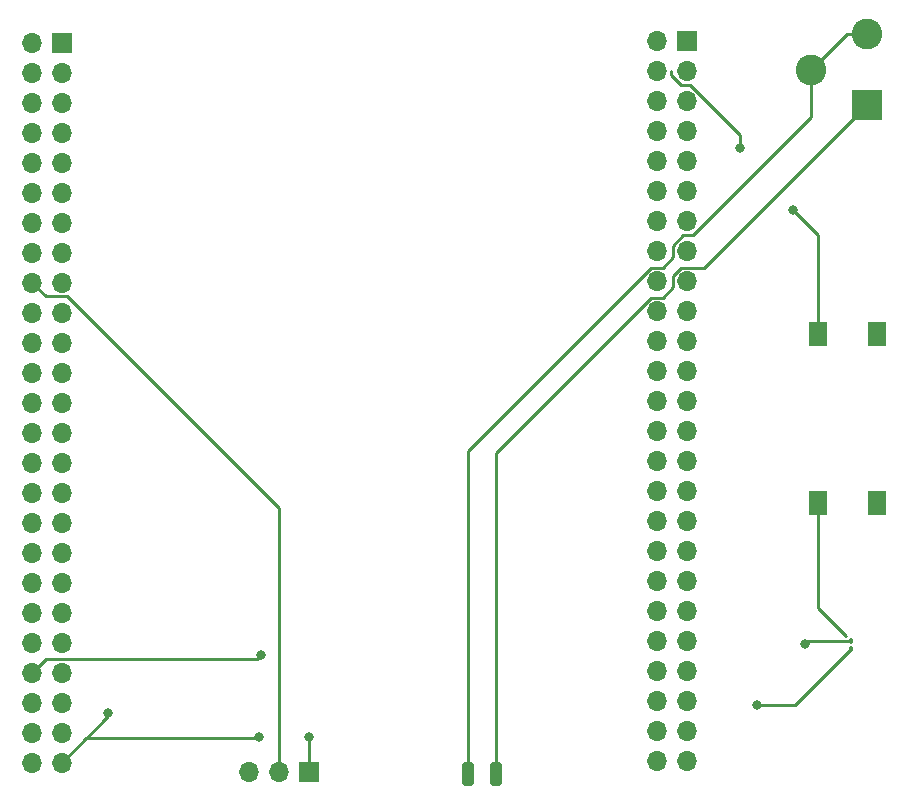
<source format=gbr>
%TF.GenerationSoftware,KiCad,Pcbnew,(7.0.0)*%
%TF.CreationDate,2023-05-31T19:24:38-06:00*%
%TF.ProjectId,STM32 LED Shield,53544d33-3220-44c4-9544-20536869656c,rev?*%
%TF.SameCoordinates,Original*%
%TF.FileFunction,Copper,L1,Top*%
%TF.FilePolarity,Positive*%
%FSLAX46Y46*%
G04 Gerber Fmt 4.6, Leading zero omitted, Abs format (unit mm)*
G04 Created by KiCad (PCBNEW (7.0.0)) date 2023-05-31 19:24:38*
%MOMM*%
%LPD*%
G01*
G04 APERTURE LIST*
G04 Aperture macros list*
%AMRoundRect*
0 Rectangle with rounded corners*
0 $1 Rounding radius*
0 $2 $3 $4 $5 $6 $7 $8 $9 X,Y pos of 4 corners*
0 Add a 4 corners polygon primitive as box body*
4,1,4,$2,$3,$4,$5,$6,$7,$8,$9,$2,$3,0*
0 Add four circle primitives for the rounded corners*
1,1,$1+$1,$2,$3*
1,1,$1+$1,$4,$5*
1,1,$1+$1,$6,$7*
1,1,$1+$1,$8,$9*
0 Add four rect primitives between the rounded corners*
20,1,$1+$1,$2,$3,$4,$5,0*
20,1,$1+$1,$4,$5,$6,$7,0*
20,1,$1+$1,$6,$7,$8,$9,0*
20,1,$1+$1,$8,$9,$2,$3,0*%
G04 Aperture macros list end*
%TA.AperFunction,SMDPad,CuDef*%
%ADD10R,1.500000X2.000000*%
%TD*%
%TA.AperFunction,SMDPad,CuDef*%
%ADD11RoundRect,0.100000X-0.100000X0.130000X-0.100000X-0.130000X0.100000X-0.130000X0.100000X0.130000X0*%
%TD*%
%TA.AperFunction,SMDPad,CuDef*%
%ADD12RoundRect,0.250000X-0.250000X-0.750000X0.250000X-0.750000X0.250000X0.750000X-0.250000X0.750000X0*%
%TD*%
%TA.AperFunction,ComponentPad*%
%ADD13R,1.700000X1.700000*%
%TD*%
%TA.AperFunction,ComponentPad*%
%ADD14O,1.700000X1.700000*%
%TD*%
%TA.AperFunction,ComponentPad*%
%ADD15R,2.600000X2.600000*%
%TD*%
%TA.AperFunction,ComponentPad*%
%ADD16C,2.600000*%
%TD*%
%TA.AperFunction,ViaPad*%
%ADD17C,0.800000*%
%TD*%
%TA.AperFunction,Conductor*%
%ADD18C,0.250000*%
%TD*%
G04 APERTURE END LIST*
D10*
%TO.P,S1,1*%
%TO.N,N/C*%
X146873599Y-83883599D03*
X146873599Y-98183599D03*
%TO.P,S1,2*%
X141873599Y-83883599D03*
X141873599Y-98183599D03*
%TD*%
D11*
%TO.P,R1,1*%
%TO.N,Button*%
X144678400Y-109900800D03*
%TO.P,R1,2*%
%TO.N,GND*%
X144678400Y-110540800D03*
%TD*%
D12*
%TO.P,J6,1,Pin_1*%
%TO.N,+5V*%
X114577200Y-121158000D03*
%TD*%
D13*
%TO.P,J2,1,Pin_1*%
%TO.N,unconnected-(J2-Pin_1-Pad1)*%
X130759199Y-59131199D03*
D14*
%TO.P,J2,2,Pin_2*%
%TO.N,unconnected-(J2-Pin_2-Pad2)*%
X128219199Y-59131199D03*
%TO.P,J2,3,Pin_3*%
%TO.N,unconnected-(J2-Pin_3-Pad3)*%
X130759199Y-61671199D03*
%TO.P,J2,4,Pin_4*%
%TO.N,+5V*%
X128219199Y-61671199D03*
%TO.P,J2,5,Pin_5*%
%TO.N,unconnected-(J2-Pin_5-Pad5)*%
X130759199Y-64211199D03*
%TO.P,J2,6,Pin_6*%
%TO.N,unconnected-(J2-Pin_6-Pad6)*%
X128219199Y-64211199D03*
%TO.P,J2,7,Pin_7*%
%TO.N,unconnected-(J2-Pin_7-Pad7)*%
X130759199Y-66751199D03*
%TO.P,J2,8,Pin_8*%
%TO.N,unconnected-(J2-Pin_8-Pad8)*%
X128219199Y-66751199D03*
%TO.P,J2,9,Pin_9*%
%TO.N,unconnected-(J2-Pin_9-Pad9)*%
X130759199Y-69291199D03*
%TO.P,J2,10,Pin_10*%
%TO.N,unconnected-(J2-Pin_10-Pad10)*%
X128219199Y-69291199D03*
%TO.P,J2,11,Pin_11*%
%TO.N,unconnected-(J2-Pin_11-Pad11)*%
X130759199Y-71831199D03*
%TO.P,J2,12,Pin_12*%
%TO.N,unconnected-(J2-Pin_12-Pad12)*%
X128219199Y-71831199D03*
%TO.P,J2,13,Pin_13*%
%TO.N,unconnected-(J2-Pin_13-Pad13)*%
X130759199Y-74371199D03*
%TO.P,J2,14,Pin_14*%
%TO.N,unconnected-(J2-Pin_14-Pad14)*%
X128219199Y-74371199D03*
%TO.P,J2,15,Pin_15*%
%TO.N,unconnected-(J2-Pin_15-Pad15)*%
X130759199Y-76911199D03*
%TO.P,J2,16,Pin_16*%
%TO.N,unconnected-(J2-Pin_16-Pad16)*%
X128219199Y-76911199D03*
%TO.P,J2,17,Pin_17*%
%TO.N,unconnected-(J2-Pin_17-Pad17)*%
X130759199Y-79451199D03*
%TO.P,J2,18,Pin_18*%
%TO.N,unconnected-(J2-Pin_18-Pad18)*%
X128219199Y-79451199D03*
%TO.P,J2,19,Pin_19*%
%TO.N,unconnected-(J2-Pin_19-Pad19)*%
X130759199Y-81991199D03*
%TO.P,J2,20,Pin_20*%
%TO.N,unconnected-(J2-Pin_20-Pad20)*%
X128219199Y-81991199D03*
%TO.P,J2,21,Pin_21*%
%TO.N,unconnected-(J2-Pin_21-Pad21)*%
X130759199Y-84531199D03*
%TO.P,J2,22,Pin_22*%
%TO.N,unconnected-(J2-Pin_22-Pad22)*%
X128219199Y-84531199D03*
%TO.P,J2,23,Pin_23*%
%TO.N,unconnected-(J2-Pin_23-Pad23)*%
X130759199Y-87071199D03*
%TO.P,J2,24,Pin_24*%
%TO.N,unconnected-(J2-Pin_24-Pad24)*%
X128219199Y-87071199D03*
%TO.P,J2,25,Pin_25*%
%TO.N,unconnected-(J2-Pin_25-Pad25)*%
X130759199Y-89611199D03*
%TO.P,J2,26,Pin_26*%
%TO.N,unconnected-(J2-Pin_26-Pad26)*%
X128219199Y-89611199D03*
%TO.P,J2,27,Pin_27*%
%TO.N,unconnected-(J2-Pin_27-Pad27)*%
X130759199Y-92151199D03*
%TO.P,J2,28,Pin_28*%
%TO.N,unconnected-(J2-Pin_28-Pad28)*%
X128219199Y-92151199D03*
%TO.P,J2,29,Pin_29*%
%TO.N,unconnected-(J2-Pin_29-Pad29)*%
X130759199Y-94691199D03*
%TO.P,J2,30,Pin_30*%
%TO.N,unconnected-(J2-Pin_30-Pad30)*%
X128219199Y-94691199D03*
%TO.P,J2,31,Pin_31*%
%TO.N,unconnected-(J2-Pin_31-Pad31)*%
X130759199Y-97231199D03*
%TO.P,J2,32,Pin_32*%
%TO.N,unconnected-(J2-Pin_32-Pad32)*%
X128219199Y-97231199D03*
%TO.P,J2,33,Pin_33*%
%TO.N,unconnected-(J2-Pin_33-Pad33)*%
X130759199Y-99771199D03*
%TO.P,J2,34,Pin_34*%
%TO.N,unconnected-(J2-Pin_34-Pad34)*%
X128219199Y-99771199D03*
%TO.P,J2,35,Pin_35*%
%TO.N,unconnected-(J2-Pin_35-Pad35)*%
X130759199Y-102311199D03*
%TO.P,J2,36,Pin_36*%
%TO.N,unconnected-(J2-Pin_36-Pad36)*%
X128219199Y-102311199D03*
%TO.P,J2,37,Pin_37*%
%TO.N,unconnected-(J2-Pin_37-Pad37)*%
X130759199Y-104851199D03*
%TO.P,J2,38,Pin_38*%
%TO.N,unconnected-(J2-Pin_38-Pad38)*%
X128219199Y-104851199D03*
%TO.P,J2,39,Pin_39*%
%TO.N,unconnected-(J2-Pin_39-Pad39)*%
X130759199Y-107391199D03*
%TO.P,J2,40,Pin_40*%
%TO.N,unconnected-(J2-Pin_40-Pad40)*%
X128219199Y-107391199D03*
%TO.P,J2,41,Pin_41*%
%TO.N,unconnected-(J2-Pin_41-Pad41)*%
X130759199Y-109931199D03*
%TO.P,J2,42,Pin_42*%
%TO.N,unconnected-(J2-Pin_42-Pad42)*%
X128219199Y-109931199D03*
%TO.P,J2,43,Pin_43*%
%TO.N,unconnected-(J2-Pin_43-Pad43)*%
X130759199Y-112471199D03*
%TO.P,J2,44,Pin_44*%
%TO.N,unconnected-(J2-Pin_44-Pad44)*%
X128219199Y-112471199D03*
%TO.P,J2,45,Pin_45*%
%TO.N,unconnected-(J2-Pin_45-Pad45)*%
X130759199Y-115011199D03*
%TO.P,J2,46,Pin_46*%
%TO.N,unconnected-(J2-Pin_46-Pad46)*%
X128219199Y-115011199D03*
%TO.P,J2,47,Pin_47*%
%TO.N,unconnected-(J2-Pin_47-Pad47)*%
X130759199Y-117551199D03*
%TO.P,J2,48,Pin_48*%
%TO.N,unconnected-(J2-Pin_48-Pad48)*%
X128219199Y-117551199D03*
%TO.P,J2,49,Pin_49*%
%TO.N,unconnected-(J2-Pin_49-Pad49)*%
X130759199Y-120091199D03*
%TO.P,J2,50,Pin_50*%
%TO.N,unconnected-(J2-Pin_50-Pad50)*%
X128219199Y-120091199D03*
%TD*%
D13*
%TO.P,J1,1,Pin_1*%
%TO.N,unconnected-(J1-Pin_1-Pad1)*%
X77825599Y-59232799D03*
D14*
%TO.P,J1,2,Pin_2*%
%TO.N,unconnected-(J1-Pin_2-Pad2)*%
X75285599Y-59232799D03*
%TO.P,J1,3,Pin_3*%
%TO.N,unconnected-(J1-Pin_3-Pad3)*%
X77825599Y-61772799D03*
%TO.P,J1,4,Pin_4*%
%TO.N,unconnected-(J1-Pin_4-Pad4)*%
X75285599Y-61772799D03*
%TO.P,J1,5,Pin_5*%
%TO.N,unconnected-(J1-Pin_5-Pad5)*%
X77825599Y-64312799D03*
%TO.P,J1,6,Pin_6*%
%TO.N,unconnected-(J1-Pin_6-Pad6)*%
X75285599Y-64312799D03*
%TO.P,J1,7,Pin_7*%
%TO.N,unconnected-(J1-Pin_7-Pad7)*%
X77825599Y-66852799D03*
%TO.P,J1,8,Pin_8*%
%TO.N,unconnected-(J1-Pin_8-Pad8)*%
X75285599Y-66852799D03*
%TO.P,J1,9,Pin_9*%
%TO.N,unconnected-(J1-Pin_9-Pad9)*%
X77825599Y-69392799D03*
%TO.P,J1,10,Pin_10*%
%TO.N,unconnected-(J1-Pin_10-Pad10)*%
X75285599Y-69392799D03*
%TO.P,J1,11,Pin_11*%
%TO.N,unconnected-(J1-Pin_11-Pad11)*%
X77825599Y-71932799D03*
%TO.P,J1,12,Pin_12*%
%TO.N,unconnected-(J1-Pin_12-Pad12)*%
X75285599Y-71932799D03*
%TO.P,J1,13,Pin_13*%
%TO.N,unconnected-(J1-Pin_13-Pad13)*%
X77825599Y-74472799D03*
%TO.P,J1,14,Pin_14*%
%TO.N,unconnected-(J1-Pin_14-Pad14)*%
X75285599Y-74472799D03*
%TO.P,J1,15,Pin_15*%
%TO.N,unconnected-(J1-Pin_15-Pad15)*%
X77825599Y-77012799D03*
%TO.P,J1,16,Pin_16*%
%TO.N,unconnected-(J1-Pin_16-Pad16)*%
X75285599Y-77012799D03*
%TO.P,J1,17,Pin_17*%
%TO.N,unconnected-(J1-Pin_17-Pad17)*%
X77825599Y-79552799D03*
%TO.P,J1,18,Pin_18*%
%TO.N,LED_DATA*%
X75285599Y-79552799D03*
%TO.P,J1,19,Pin_19*%
%TO.N,unconnected-(J1-Pin_19-Pad19)*%
X77825599Y-82092799D03*
%TO.P,J1,20,Pin_20*%
%TO.N,unconnected-(J1-Pin_20-Pad20)*%
X75285599Y-82092799D03*
%TO.P,J1,21,Pin_21*%
%TO.N,unconnected-(J1-Pin_21-Pad21)*%
X77825599Y-84632799D03*
%TO.P,J1,22,Pin_22*%
%TO.N,unconnected-(J1-Pin_22-Pad22)*%
X75285599Y-84632799D03*
%TO.P,J1,23,Pin_23*%
%TO.N,unconnected-(J1-Pin_23-Pad23)*%
X77825599Y-87172799D03*
%TO.P,J1,24,Pin_24*%
%TO.N,unconnected-(J1-Pin_24-Pad24)*%
X75285599Y-87172799D03*
%TO.P,J1,25,Pin_25*%
%TO.N,unconnected-(J1-Pin_25-Pad25)*%
X77825599Y-89712799D03*
%TO.P,J1,26,Pin_26*%
%TO.N,unconnected-(J1-Pin_26-Pad26)*%
X75285599Y-89712799D03*
%TO.P,J1,27,Pin_27*%
%TO.N,unconnected-(J1-Pin_27-Pad27)*%
X77825599Y-92252799D03*
%TO.P,J1,28,Pin_28*%
%TO.N,unconnected-(J1-Pin_28-Pad28)*%
X75285599Y-92252799D03*
%TO.P,J1,29,Pin_29*%
%TO.N,unconnected-(J1-Pin_29-Pad29)*%
X77825599Y-94792799D03*
%TO.P,J1,30,Pin_30*%
%TO.N,unconnected-(J1-Pin_30-Pad30)*%
X75285599Y-94792799D03*
%TO.P,J1,31,Pin_31*%
%TO.N,unconnected-(J1-Pin_31-Pad31)*%
X77825599Y-97332799D03*
%TO.P,J1,32,Pin_32*%
%TO.N,unconnected-(J1-Pin_32-Pad32)*%
X75285599Y-97332799D03*
%TO.P,J1,33,Pin_33*%
%TO.N,unconnected-(J1-Pin_33-Pad33)*%
X77825599Y-99872799D03*
%TO.P,J1,34,Pin_34*%
%TO.N,unconnected-(J1-Pin_34-Pad34)*%
X75285599Y-99872799D03*
%TO.P,J1,35,Pin_35*%
%TO.N,unconnected-(J1-Pin_35-Pad35)*%
X77825599Y-102412799D03*
%TO.P,J1,36,Pin_36*%
%TO.N,unconnected-(J1-Pin_36-Pad36)*%
X75285599Y-102412799D03*
%TO.P,J1,37,Pin_37*%
%TO.N,unconnected-(J1-Pin_37-Pad37)*%
X77825599Y-104952799D03*
%TO.P,J1,38,Pin_38*%
%TO.N,unconnected-(J1-Pin_38-Pad38)*%
X75285599Y-104952799D03*
%TO.P,J1,39,Pin_39*%
%TO.N,unconnected-(J1-Pin_39-Pad39)*%
X77825599Y-107492799D03*
%TO.P,J1,40,Pin_40*%
%TO.N,unconnected-(J1-Pin_40-Pad40)*%
X75285599Y-107492799D03*
%TO.P,J1,41,Pin_41*%
%TO.N,unconnected-(J1-Pin_41-Pad41)*%
X77825599Y-110032799D03*
%TO.P,J1,42,Pin_42*%
%TO.N,unconnected-(J1-Pin_42-Pad42)*%
X75285599Y-110032799D03*
%TO.P,J1,43,Pin_43*%
%TO.N,unconnected-(J1-Pin_43-Pad43)*%
X77825599Y-112572799D03*
%TO.P,J1,44,Pin_44*%
%TO.N,Button*%
X75285599Y-112572799D03*
%TO.P,J1,45,Pin_45*%
%TO.N,unconnected-(J1-Pin_45-Pad45)*%
X77825599Y-115112799D03*
%TO.P,J1,46,Pin_46*%
%TO.N,unconnected-(J1-Pin_46-Pad46)*%
X75285599Y-115112799D03*
%TO.P,J1,47,Pin_47*%
%TO.N,unconnected-(J1-Pin_47-Pad47)*%
X77825599Y-117652799D03*
%TO.P,J1,48,Pin_48*%
%TO.N,unconnected-(J1-Pin_48-Pad48)*%
X75285599Y-117652799D03*
%TO.P,J1,49,Pin_49*%
%TO.N,GND*%
X77825599Y-120192799D03*
%TO.P,J1,50,Pin_50*%
%TO.N,unconnected-(J1-Pin_50-Pad50)*%
X75285599Y-120192799D03*
%TD*%
D12*
%TO.P,J5,1,Pin_1*%
%TO.N,GND_EXT*%
X112217200Y-121158000D03*
%TD*%
D15*
%TO.P,J3,1*%
%TO.N,+5V*%
X145987199Y-64518399D03*
D16*
%TO.P,J3,2*%
%TO.N,GND_EXT*%
X145987200Y-58518400D03*
%TO.P,J3,3*%
X141287200Y-61518400D03*
%TD*%
D13*
%TO.P,J4,1,Pin_1*%
%TO.N,GND*%
X98755199Y-121005599D03*
D14*
%TO.P,J4,2,Pin_2*%
%TO.N,LED_DATA*%
X96215199Y-121005599D03*
%TO.P,J4,3,Pin_3*%
%TO.N,unconnected-(J4-Pin_3-Pad3)*%
X93675199Y-121005599D03*
%TD*%
D17*
%TO.N,*%
X139750800Y-73406000D03*
X135229600Y-68173600D03*
%TO.N,Button*%
X94742000Y-111048800D03*
X140766800Y-110134400D03*
%TO.N,GND*%
X81737200Y-116027200D03*
X136702800Y-115316000D03*
X98806000Y-118059200D03*
X94538800Y-118059200D03*
%TD*%
D18*
%TO.N,*%
X144228400Y-109450800D02*
X141873600Y-107096000D01*
X141873600Y-107096000D02*
X141873600Y-98183600D01*
X141873600Y-83883600D02*
X141873600Y-75528800D01*
X141873600Y-75528800D02*
X139750800Y-73406000D01*
%TO.N,Button*%
X141000400Y-109900800D02*
X144678400Y-109900800D01*
X140766800Y-110134400D02*
X141000400Y-109900800D01*
%TO.N,*%
X130264400Y-62846200D02*
X129394200Y-61976000D01*
X131055901Y-62846200D02*
X130264400Y-62846200D01*
X135229600Y-67019899D02*
X131055901Y-62846200D01*
X129394200Y-61976000D02*
X129394200Y-61671200D01*
X135229600Y-68173600D02*
X135229600Y-67019899D01*
%TO.N,Button*%
X94393000Y-111397800D02*
X94742000Y-111048800D01*
X76460600Y-111397800D02*
X94393000Y-111397800D01*
X75285600Y-112572800D02*
X76460600Y-111397800D01*
%TO.N,GND*%
X81737200Y-116281200D02*
X77825600Y-120192800D01*
X81737200Y-116027200D02*
X81737200Y-116281200D01*
X139903200Y-115316000D02*
X136702800Y-115316000D01*
X144678400Y-110540800D02*
X139903200Y-115316000D01*
X79908400Y-118110000D02*
X94488000Y-118110000D01*
X94488000Y-118110000D02*
X94538800Y-118059200D01*
X79908400Y-118110000D02*
X77825600Y-120192800D01*
X98755200Y-118110000D02*
X98755200Y-121005600D01*
X98806000Y-118059200D02*
X98755200Y-118110000D01*
%TO.N,LED_DATA*%
X96215200Y-98630699D02*
X78312301Y-80727800D01*
X76460600Y-80727800D02*
X75285600Y-79552800D01*
X78312301Y-80727800D02*
X76460600Y-80727800D01*
X96215200Y-121005600D02*
X96215200Y-98630699D01*
%TO.N,+5V*%
X132229400Y-78276200D02*
X145987200Y-64518400D01*
X130272499Y-78276200D02*
X132229400Y-78276200D01*
X114577200Y-93971499D02*
X127732499Y-80816200D01*
X128705901Y-80816200D02*
X129584200Y-79937901D01*
X127732499Y-80816200D02*
X128705901Y-80816200D01*
X129584200Y-79937901D02*
X129584200Y-78964499D01*
X129584200Y-78964499D02*
X130272499Y-78276200D01*
X114577200Y-121158000D02*
X114577200Y-93971499D01*
%TO.N,GND_EXT*%
X128705901Y-78276200D02*
X129584200Y-77397901D01*
X130462499Y-75546200D02*
X131245901Y-75546200D01*
X112217200Y-121158000D02*
X112217200Y-93791499D01*
X127732499Y-78276200D02*
X128705901Y-78276200D01*
X144287200Y-58518400D02*
X145987200Y-58518400D01*
X129584200Y-76424499D02*
X130462499Y-75546200D01*
X131245901Y-75546200D02*
X141287200Y-65504901D01*
X112217200Y-93791499D02*
X127732499Y-78276200D01*
X141287200Y-65504901D02*
X141287200Y-61518400D01*
X129584200Y-77397901D02*
X129584200Y-76424499D01*
X141287200Y-61518400D02*
X144287200Y-58518400D01*
%TD*%
M02*

</source>
